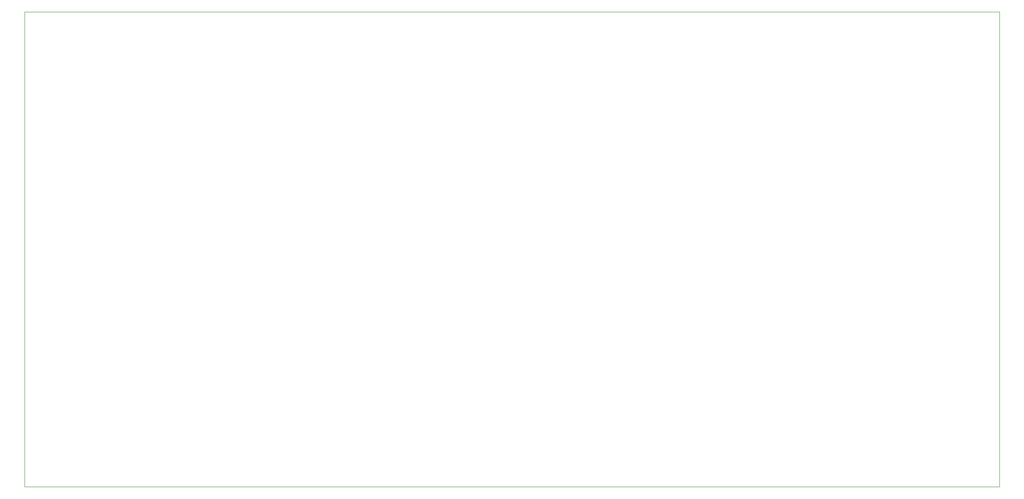
<source format=gbr>
G04 #@! TF.FileFunction,Profile,NP*
%FSLAX46Y46*%
G04 Gerber Fmt 4.6, Leading zero omitted, Abs format (unit mm)*
G04 Created by KiCad (PCBNEW (2015-02-06 BZR 5407)-product) date Mon 09 Feb 2015 02:10:55 PM EST*
%MOMM*%
G01*
G04 APERTURE LIST*
%ADD10C,0.100000*%
G04 APERTURE END LIST*
D10*
X27500000Y-57500000D02*
X27500000Y-152500000D01*
X222500000Y-57500000D02*
X27500000Y-57500000D01*
X222500000Y-152500000D02*
X222500000Y-57500000D01*
X27500000Y-152500000D02*
X222500000Y-152500000D01*
M02*

</source>
